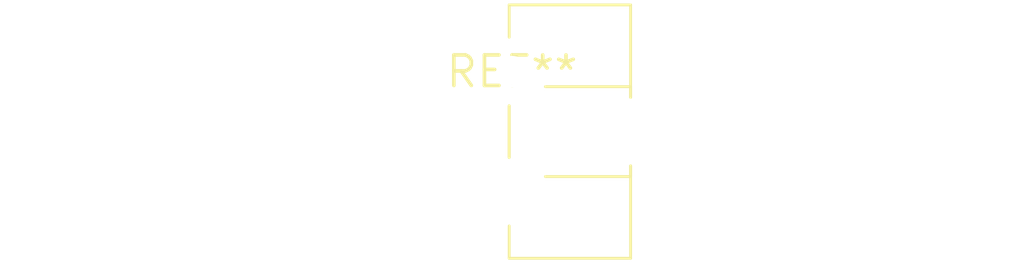
<source format=kicad_pcb>
(kicad_pcb (version 20240108) (generator pcbnew)
  (layers (0 "F.Cu" signal) (31 "B.Cu" signal) (34 "B.Paste" user) (35 "F.Paste" user) (36 "B.SilkS" user "B.Silkscreen") (37 "F.SilkS" user "F.Silkscreen") (38 "B.Mask" user) (39 "F.Mask" user) (44 "Edge.Cuts" user))
  (net 0 "")
  (footprint "Potentiometer_Piher_PT-10-H05_Horizontal" (layer "F.Cu") (at 0 0)
    (property "Reference" "REF**")
    (property "Value" "Potentiometer_Piher_PT-10-H05_Horizontal")
    (fp_line (start -0.121 -2.771) (end -0.121 -1.426) (layer "F.SilkS") (stroke (width 0.12)))
    (fp_line (start -0.121 -2.771) (end 4.92 -2.771) (layer "F.SilkS") (stroke (width 0.12)))
    (fp_line (start -0.121 1.426) (end -0.121 3.575) (layer "F.SilkS") (stroke (width 0.12)))
    (fp_line (start -0.121 1.426) (end -0.121 3.575) (layer "F.SilkS") (stroke (width 0.12)))
    (fp_line (start -0.121 6.425) (end -0.121 7.77) (layer "F.SilkS") (stroke (width 0.12)))
    (fp_line (start -0.121 7.77) (end 4.92 7.77) (layer "F.SilkS") (stroke (width 0.12)))
    (fp_line (start 1.381 0.63) (end 4.92 0.63) (layer "F.SilkS") (stroke (width 0.12)))
    (fp_line (start 1.381 4.37) (end 4.92 4.37) (layer "F.SilkS") (stroke (width 0.12)))
    (fp_line (start 4.92 -2.771) (end 4.92 1.075) (layer "F.SilkS") (stroke (width 0.12)))
    (fp_line (start 4.92 0.63) (end 4.92 1.075) (layer "F.SilkS") (stroke (width 0.12)))
    (fp_line (start 4.92 3.925) (end 4.92 4.37) (layer "F.SilkS") (stroke (width 0.12)))
    (fp_line (start 4.92 3.925) (end 4.92 7.77) (layer "F.SilkS") (stroke (width 0.12)))
    (pad "1" thru_hole circle (at 0 0) (size 2.34 2.34) (drill 1.3) (layers *.Cu *.Mask) (remove_unused_layers))
    (pad "2" thru_hole circle (at 5 2.5) (size 2.34 2.34) (drill 1.3) (layers *.Cu *.Mask) (remove_unused_layers))
    (pad "3" thru_hole circle (at 0 5) (size 2.34 2.34) (drill 1.3) (layers *.Cu *.Mask) (remove_unused_layers))
  )
)
</source>
